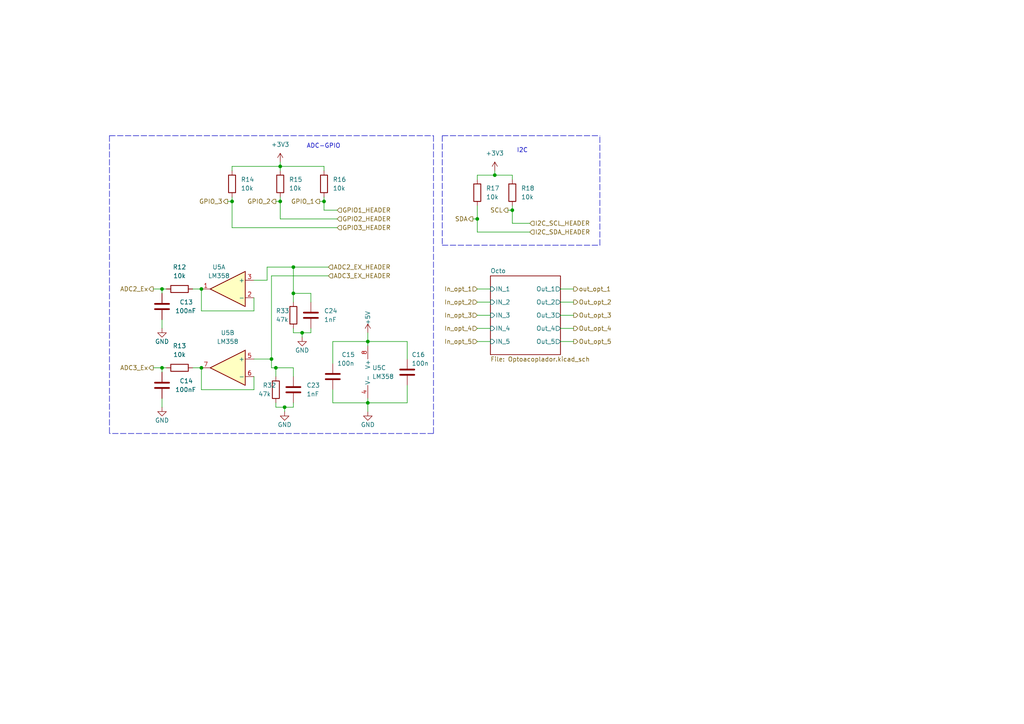
<source format=kicad_sch>
(kicad_sch (version 20211123) (generator eeschema)

  (uuid 45cea968-4ea0-4fa6-a293-706e1f82e17e)

  (paper "A4")

  (lib_symbols
    (symbol "Amplifier_Operational:LM358" (pin_names (offset 0.127)) (in_bom yes) (on_board yes)
      (property "Reference" "U" (id 0) (at 0 5.08 0)
        (effects (font (size 1.27 1.27)) (justify left))
      )
      (property "Value" "LM358" (id 1) (at 0 -5.08 0)
        (effects (font (size 1.27 1.27)) (justify left))
      )
      (property "Footprint" "" (id 2) (at 0 0 0)
        (effects (font (size 1.27 1.27)) hide)
      )
      (property "Datasheet" "http://www.ti.com/lit/ds/symlink/lm2904-n.pdf" (id 3) (at 0 0 0)
        (effects (font (size 1.27 1.27)) hide)
      )
      (property "ki_locked" "" (id 4) (at 0 0 0)
        (effects (font (size 1.27 1.27)))
      )
      (property "ki_keywords" "dual opamp" (id 5) (at 0 0 0)
        (effects (font (size 1.27 1.27)) hide)
      )
      (property "ki_description" "Low-Power, Dual Operational Amplifiers, DIP-8/SOIC-8/TO-99-8" (id 6) (at 0 0 0)
        (effects (font (size 1.27 1.27)) hide)
      )
      (property "ki_fp_filters" "SOIC*3.9x4.9mm*P1.27mm* DIP*W7.62mm* TO*99* OnSemi*Micro8* TSSOP*3x3mm*P0.65mm* TSSOP*4.4x3mm*P0.65mm* MSOP*3x3mm*P0.65mm* SSOP*3.9x4.9mm*P0.635mm* LFCSP*2x2mm*P0.5mm* *SIP* SOIC*5.3x6.2mm*P1.27mm*" (id 7) (at 0 0 0)
        (effects (font (size 1.27 1.27)) hide)
      )
      (symbol "LM358_1_1"
        (polyline
          (pts
            (xy -5.08 5.08)
            (xy 5.08 0)
            (xy -5.08 -5.08)
            (xy -5.08 5.08)
          )
          (stroke (width 0.254) (type default) (color 0 0 0 0))
          (fill (type background))
        )
        (pin output line (at 7.62 0 180) (length 2.54)
          (name "~" (effects (font (size 1.27 1.27))))
          (number "1" (effects (font (size 1.27 1.27))))
        )
        (pin input line (at -7.62 -2.54 0) (length 2.54)
          (name "-" (effects (font (size 1.27 1.27))))
          (number "2" (effects (font (size 1.27 1.27))))
        )
        (pin input line (at -7.62 2.54 0) (length 2.54)
          (name "+" (effects (font (size 1.27 1.27))))
          (number "3" (effects (font (size 1.27 1.27))))
        )
      )
      (symbol "LM358_2_1"
        (polyline
          (pts
            (xy -5.08 5.08)
            (xy 5.08 0)
            (xy -5.08 -5.08)
            (xy -5.08 5.08)
          )
          (stroke (width 0.254) (type default) (color 0 0 0 0))
          (fill (type background))
        )
        (pin input line (at -7.62 2.54 0) (length 2.54)
          (name "+" (effects (font (size 1.27 1.27))))
          (number "5" (effects (font (size 1.27 1.27))))
        )
        (pin input line (at -7.62 -2.54 0) (length 2.54)
          (name "-" (effects (font (size 1.27 1.27))))
          (number "6" (effects (font (size 1.27 1.27))))
        )
        (pin output line (at 7.62 0 180) (length 2.54)
          (name "~" (effects (font (size 1.27 1.27))))
          (number "7" (effects (font (size 1.27 1.27))))
        )
      )
      (symbol "LM358_3_1"
        (pin power_in line (at -2.54 -7.62 90) (length 3.81)
          (name "V-" (effects (font (size 1.27 1.27))))
          (number "4" (effects (font (size 1.27 1.27))))
        )
        (pin power_in line (at -2.54 7.62 270) (length 3.81)
          (name "V+" (effects (font (size 1.27 1.27))))
          (number "8" (effects (font (size 1.27 1.27))))
        )
      )
    )
    (symbol "Device:C" (pin_numbers hide) (pin_names (offset 0.254)) (in_bom yes) (on_board yes)
      (property "Reference" "C" (id 0) (at 0.635 2.54 0)
        (effects (font (size 1.27 1.27)) (justify left))
      )
      (property "Value" "C" (id 1) (at 0.635 -2.54 0)
        (effects (font (size 1.27 1.27)) (justify left))
      )
      (property "Footprint" "" (id 2) (at 0.9652 -3.81 0)
        (effects (font (size 1.27 1.27)) hide)
      )
      (property "Datasheet" "~" (id 3) (at 0 0 0)
        (effects (font (size 1.27 1.27)) hide)
      )
      (property "ki_keywords" "cap capacitor" (id 4) (at 0 0 0)
        (effects (font (size 1.27 1.27)) hide)
      )
      (property "ki_description" "Unpolarized capacitor" (id 5) (at 0 0 0)
        (effects (font (size 1.27 1.27)) hide)
      )
      (property "ki_fp_filters" "C_*" (id 6) (at 0 0 0)
        (effects (font (size 1.27 1.27)) hide)
      )
      (symbol "C_0_1"
        (polyline
          (pts
            (xy -2.032 -0.762)
            (xy 2.032 -0.762)
          )
          (stroke (width 0.508) (type default) (color 0 0 0 0))
          (fill (type none))
        )
        (polyline
          (pts
            (xy -2.032 0.762)
            (xy 2.032 0.762)
          )
          (stroke (width 0.508) (type default) (color 0 0 0 0))
          (fill (type none))
        )
      )
      (symbol "C_1_1"
        (pin passive line (at 0 3.81 270) (length 2.794)
          (name "~" (effects (font (size 1.27 1.27))))
          (number "1" (effects (font (size 1.27 1.27))))
        )
        (pin passive line (at 0 -3.81 90) (length 2.794)
          (name "~" (effects (font (size 1.27 1.27))))
          (number "2" (effects (font (size 1.27 1.27))))
        )
      )
    )
    (symbol "Device:R" (pin_numbers hide) (pin_names (offset 0)) (in_bom yes) (on_board yes)
      (property "Reference" "R" (id 0) (at 2.032 0 90)
        (effects (font (size 1.27 1.27)))
      )
      (property "Value" "R" (id 1) (at 0 0 90)
        (effects (font (size 1.27 1.27)))
      )
      (property "Footprint" "" (id 2) (at -1.778 0 90)
        (effects (font (size 1.27 1.27)) hide)
      )
      (property "Datasheet" "~" (id 3) (at 0 0 0)
        (effects (font (size 1.27 1.27)) hide)
      )
      (property "ki_keywords" "R res resistor" (id 4) (at 0 0 0)
        (effects (font (size 1.27 1.27)) hide)
      )
      (property "ki_description" "Resistor" (id 5) (at 0 0 0)
        (effects (font (size 1.27 1.27)) hide)
      )
      (property "ki_fp_filters" "R_*" (id 6) (at 0 0 0)
        (effects (font (size 1.27 1.27)) hide)
      )
      (symbol "R_0_1"
        (rectangle (start -1.016 -2.54) (end 1.016 2.54)
          (stroke (width 0.254) (type default) (color 0 0 0 0))
          (fill (type none))
        )
      )
      (symbol "R_1_1"
        (pin passive line (at 0 3.81 270) (length 1.27)
          (name "~" (effects (font (size 1.27 1.27))))
          (number "1" (effects (font (size 1.27 1.27))))
        )
        (pin passive line (at 0 -3.81 90) (length 1.27)
          (name "~" (effects (font (size 1.27 1.27))))
          (number "2" (effects (font (size 1.27 1.27))))
        )
      )
    )
    (symbol "power:+3.3V" (power) (pin_names (offset 0)) (in_bom yes) (on_board yes)
      (property "Reference" "#PWR" (id 0) (at 0 -3.81 0)
        (effects (font (size 1.27 1.27)) hide)
      )
      (property "Value" "+3.3V" (id 1) (at 0 3.556 0)
        (effects (font (size 1.27 1.27)))
      )
      (property "Footprint" "" (id 2) (at 0 0 0)
        (effects (font (size 1.27 1.27)) hide)
      )
      (property "Datasheet" "" (id 3) (at 0 0 0)
        (effects (font (size 1.27 1.27)) hide)
      )
      (property "ki_keywords" "power-flag" (id 4) (at 0 0 0)
        (effects (font (size 1.27 1.27)) hide)
      )
      (property "ki_description" "Power symbol creates a global label with name \"+3.3V\"" (id 5) (at 0 0 0)
        (effects (font (size 1.27 1.27)) hide)
      )
      (symbol "+3.3V_0_1"
        (polyline
          (pts
            (xy -0.762 1.27)
            (xy 0 2.54)
          )
          (stroke (width 0) (type default) (color 0 0 0 0))
          (fill (type none))
        )
        (polyline
          (pts
            (xy 0 0)
            (xy 0 2.54)
          )
          (stroke (width 0) (type default) (color 0 0 0 0))
          (fill (type none))
        )
        (polyline
          (pts
            (xy 0 2.54)
            (xy 0.762 1.27)
          )
          (stroke (width 0) (type default) (color 0 0 0 0))
          (fill (type none))
        )
      )
      (symbol "+3.3V_1_1"
        (pin power_in line (at 0 0 90) (length 0) hide
          (name "+3V3" (effects (font (size 1.27 1.27))))
          (number "1" (effects (font (size 1.27 1.27))))
        )
      )
    )
    (symbol "power:+5V" (power) (pin_names (offset 0)) (in_bom yes) (on_board yes)
      (property "Reference" "#PWR" (id 0) (at 0 -3.81 0)
        (effects (font (size 1.27 1.27)) hide)
      )
      (property "Value" "+5V" (id 1) (at 0 3.556 0)
        (effects (font (size 1.27 1.27)))
      )
      (property "Footprint" "" (id 2) (at 0 0 0)
        (effects (font (size 1.27 1.27)) hide)
      )
      (property "Datasheet" "" (id 3) (at 0 0 0)
        (effects (font (size 1.27 1.27)) hide)
      )
      (property "ki_keywords" "power-flag" (id 4) (at 0 0 0)
        (effects (font (size 1.27 1.27)) hide)
      )
      (property "ki_description" "Power symbol creates a global label with name \"+5V\"" (id 5) (at 0 0 0)
        (effects (font (size 1.27 1.27)) hide)
      )
      (symbol "+5V_0_1"
        (polyline
          (pts
            (xy -0.762 1.27)
            (xy 0 2.54)
          )
          (stroke (width 0) (type default) (color 0 0 0 0))
          (fill (type none))
        )
        (polyline
          (pts
            (xy 0 0)
            (xy 0 2.54)
          )
          (stroke (width 0) (type default) (color 0 0 0 0))
          (fill (type none))
        )
        (polyline
          (pts
            (xy 0 2.54)
            (xy 0.762 1.27)
          )
          (stroke (width 0) (type default) (color 0 0 0 0))
          (fill (type none))
        )
      )
      (symbol "+5V_1_1"
        (pin power_in line (at 0 0 90) (length 0) hide
          (name "+5V" (effects (font (size 1.27 1.27))))
          (number "1" (effects (font (size 1.27 1.27))))
        )
      )
    )
    (symbol "power:GND" (power) (pin_names (offset 0)) (in_bom yes) (on_board yes)
      (property "Reference" "#PWR" (id 0) (at 0 -6.35 0)
        (effects (font (size 1.27 1.27)) hide)
      )
      (property "Value" "GND" (id 1) (at 0 -3.81 0)
        (effects (font (size 1.27 1.27)))
      )
      (property "Footprint" "" (id 2) (at 0 0 0)
        (effects (font (size 1.27 1.27)) hide)
      )
      (property "Datasheet" "" (id 3) (at 0 0 0)
        (effects (font (size 1.27 1.27)) hide)
      )
      (property "ki_keywords" "power-flag" (id 4) (at 0 0 0)
        (effects (font (size 1.27 1.27)) hide)
      )
      (property "ki_description" "Power symbol creates a global label with name \"GND\" , ground" (id 5) (at 0 0 0)
        (effects (font (size 1.27 1.27)) hide)
      )
      (symbol "GND_0_1"
        (polyline
          (pts
            (xy 0 0)
            (xy 0 -1.27)
            (xy 1.27 -1.27)
            (xy 0 -2.54)
            (xy -1.27 -1.27)
            (xy 0 -1.27)
          )
          (stroke (width 0) (type default) (color 0 0 0 0))
          (fill (type none))
        )
      )
      (symbol "GND_1_1"
        (pin power_in line (at 0 0 270) (length 0) hide
          (name "GND" (effects (font (size 1.27 1.27))))
          (number "1" (effects (font (size 1.27 1.27))))
        )
      )
    )
  )

  (junction (at 106.68 99.06) (diameter 0) (color 0 0 0 0)
    (uuid 110d948d-b1b4-4aed-bf2e-f45a7cea5e5d)
  )
  (junction (at 67.31 58.42) (diameter 0) (color 0 0 0 0)
    (uuid 1590f132-99d4-472e-90ba-ed23c6ba3395)
  )
  (junction (at 85.09 85.09) (diameter 0) (color 0 0 0 0)
    (uuid 188bba2e-efd3-4666-819c-50836d00f4c4)
  )
  (junction (at 87.63 96.52) (diameter 0) (color 0 0 0 0)
    (uuid 23f49506-1821-47ec-bb24-45497de8e77e)
  )
  (junction (at 58.42 83.82) (diameter 0) (color 0 0 0 0)
    (uuid 3fe49e03-f106-4a00-b953-424a79a02a61)
  )
  (junction (at 106.68 116.84) (diameter 0) (color 0 0 0 0)
    (uuid 416f3392-becd-4b8a-9af9-8e9a2189f6cc)
  )
  (junction (at 46.99 106.68) (diameter 0) (color 0 0 0 0)
    (uuid 4710f393-2063-4b8a-bf45-0aff2c9ab47e)
  )
  (junction (at 138.43 63.5) (diameter 0) (color 0 0 0 0)
    (uuid 4b7fc8f8-3cf9-416e-a716-590c6e37acd1)
  )
  (junction (at 82.55 118.11) (diameter 0) (color 0 0 0 0)
    (uuid 5dff5a36-56e7-4bca-90dc-f7b9f9a8ea48)
  )
  (junction (at 148.59 60.96) (diameter 0) (color 0 0 0 0)
    (uuid 7056b411-37cf-4684-9be0-91d747191a77)
  )
  (junction (at 93.98 58.42) (diameter 0) (color 0 0 0 0)
    (uuid 7622f346-c2ad-4b53-879c-f73344eb4d86)
  )
  (junction (at 80.01 106.68) (diameter 0) (color 0 0 0 0)
    (uuid 8717bdf6-7367-4096-abf5-d0fe9f7af581)
  )
  (junction (at 81.28 58.42) (diameter 0) (color 0 0 0 0)
    (uuid 92bedaee-118f-46bc-ab28-a63e1b6f6f8d)
  )
  (junction (at 85.09 77.47) (diameter 0) (color 0 0 0 0)
    (uuid 98678813-c706-4e8a-8f73-f70b7c352ea3)
  )
  (junction (at 81.28 48.26) (diameter 0) (color 0 0 0 0)
    (uuid af6044e7-b7e6-45f4-b13c-fec3d5a8c11f)
  )
  (junction (at 58.42 106.68) (diameter 0) (color 0 0 0 0)
    (uuid b428ffbf-ae2c-47bf-aec1-e0ec18ce8319)
  )
  (junction (at 46.99 83.82) (diameter 0) (color 0 0 0 0)
    (uuid bd049e80-bf31-496a-8d92-a01071276b87)
  )
  (junction (at 78.74 104.14) (diameter 0) (color 0 0 0 0)
    (uuid dbd96805-c432-4423-9f06-3be871174637)
  )
  (junction (at 143.51 50.8) (diameter 0) (color 0 0 0 0)
    (uuid fe6c525a-abf7-4a25-a7bf-359e3ac319f8)
  )

  (wire (pts (xy 93.98 57.15) (xy 93.98 58.42))
    (stroke (width 0) (type default) (color 0 0 0 0))
    (uuid 0025c104-a4fc-4aea-a797-9fa50227090d)
  )
  (wire (pts (xy 44.45 106.68) (xy 46.99 106.68))
    (stroke (width 0) (type default) (color 0 0 0 0))
    (uuid 012e1e00-f8a3-46e9-9c8d-757728199afe)
  )
  (wire (pts (xy 148.59 64.77) (xy 153.67 64.77))
    (stroke (width 0) (type default) (color 0 0 0 0))
    (uuid 0b3f83e9-31dd-45d4-b771-8122e099b30c)
  )
  (wire (pts (xy 67.31 66.04) (xy 67.31 58.42))
    (stroke (width 0) (type default) (color 0 0 0 0))
    (uuid 0c2dff2f-6546-43bf-a78b-5702acc28972)
  )
  (wire (pts (xy 138.43 50.8) (xy 138.43 52.07))
    (stroke (width 0) (type default) (color 0 0 0 0))
    (uuid 0f69eb30-acb3-4c84-b860-a00dadde2b17)
  )
  (wire (pts (xy 106.68 116.84) (xy 118.11 116.84))
    (stroke (width 0) (type default) (color 0 0 0 0))
    (uuid 123cf69f-141f-4c21-8fe6-bcb9d5f9b0db)
  )
  (wire (pts (xy 58.42 90.17) (xy 73.66 90.17))
    (stroke (width 0) (type default) (color 0 0 0 0))
    (uuid 128f9779-c006-4957-a79d-d5fcc5793f09)
  )
  (wire (pts (xy 143.51 50.8) (xy 143.51 49.53))
    (stroke (width 0) (type default) (color 0 0 0 0))
    (uuid 13cc41a9-7ee5-4630-9649-c67a97a96b1c)
  )
  (wire (pts (xy 81.28 48.26) (xy 81.28 49.53))
    (stroke (width 0) (type default) (color 0 0 0 0))
    (uuid 1ae0d245-3641-4a9b-958f-60950ddb6885)
  )
  (wire (pts (xy 58.42 83.82) (xy 58.42 90.17))
    (stroke (width 0) (type default) (color 0 0 0 0))
    (uuid 20464e6b-d653-44a3-862b-410582e98b60)
  )
  (wire (pts (xy 77.47 81.28) (xy 77.47 77.47))
    (stroke (width 0) (type default) (color 0 0 0 0))
    (uuid 20b6b761-2c5b-4596-8dfd-384bf9e00c61)
  )
  (wire (pts (xy 162.56 87.63) (xy 166.37 87.63))
    (stroke (width 0) (type default) (color 0 0 0 0))
    (uuid 22e16395-9c49-44e4-b654-a4c84ba99faa)
  )
  (wire (pts (xy 147.32 60.96) (xy 148.59 60.96))
    (stroke (width 0) (type default) (color 0 0 0 0))
    (uuid 232e0d94-c50a-47b1-b708-d49806b3daf1)
  )
  (wire (pts (xy 138.43 99.06) (xy 142.24 99.06))
    (stroke (width 0) (type default) (color 0 0 0 0))
    (uuid 29890a4c-73cc-4be0-b06e-221b4dd7e89c)
  )
  (wire (pts (xy 78.74 106.68) (xy 80.01 106.68))
    (stroke (width 0) (type default) (color 0 0 0 0))
    (uuid 2d240920-dec3-467e-8128-ab773d844bb7)
  )
  (wire (pts (xy 138.43 67.31) (xy 153.67 67.31))
    (stroke (width 0) (type default) (color 0 0 0 0))
    (uuid 302ff4df-25ce-4bb8-aa2a-4a46caeb200b)
  )
  (wire (pts (xy 46.99 95.25) (xy 46.99 92.71))
    (stroke (width 0) (type default) (color 0 0 0 0))
    (uuid 30e941e3-23af-4e11-a645-f543ae2bf2be)
  )
  (wire (pts (xy 55.88 106.68) (xy 58.42 106.68))
    (stroke (width 0) (type default) (color 0 0 0 0))
    (uuid 30eb030c-2ede-450e-90b8-c86e3cbdc2c4)
  )
  (wire (pts (xy 148.59 64.77) (xy 148.59 60.96))
    (stroke (width 0) (type default) (color 0 0 0 0))
    (uuid 34ec2046-284d-405b-adc5-dd6b4d4faf99)
  )
  (wire (pts (xy 81.28 46.99) (xy 81.28 48.26))
    (stroke (width 0) (type default) (color 0 0 0 0))
    (uuid 372d1229-53b8-48d2-baea-613e5320c4c3)
  )
  (polyline (pts (xy 173.99 71.12) (xy 173.99 39.37))
    (stroke (width 0) (type default) (color 0 0 0 0))
    (uuid 3730257a-acf8-43d4-9ec2-778cbd01c74c)
  )

  (wire (pts (xy 80.01 116.84) (xy 80.01 118.11))
    (stroke (width 0) (type default) (color 0 0 0 0))
    (uuid 379cd246-df58-47b3-a85a-0318657d1cc6)
  )
  (wire (pts (xy 46.99 107.95) (xy 46.99 106.68))
    (stroke (width 0) (type default) (color 0 0 0 0))
    (uuid 3935c7c9-6369-418a-bbea-f705485cb1bf)
  )
  (wire (pts (xy 106.68 116.84) (xy 106.68 119.38))
    (stroke (width 0) (type default) (color 0 0 0 0))
    (uuid 3a6b5649-ce9b-4f07-97c3-04ae2065c679)
  )
  (wire (pts (xy 138.43 95.25) (xy 142.24 95.25))
    (stroke (width 0) (type default) (color 0 0 0 0))
    (uuid 3a7c5f6c-5781-49e1-85ca-715017823166)
  )
  (wire (pts (xy 77.47 77.47) (xy 85.09 77.47))
    (stroke (width 0) (type default) (color 0 0 0 0))
    (uuid 3add6360-bcb7-476d-a01e-d4e1b2841c90)
  )
  (wire (pts (xy 55.88 83.82) (xy 58.42 83.82))
    (stroke (width 0) (type default) (color 0 0 0 0))
    (uuid 3cccf583-2c4c-476f-854e-6959b7f3e49f)
  )
  (wire (pts (xy 138.43 67.31) (xy 138.43 63.5))
    (stroke (width 0) (type default) (color 0 0 0 0))
    (uuid 4232ba9c-1120-4136-8e5e-c0b37ea4954c)
  )
  (wire (pts (xy 143.51 50.8) (xy 148.59 50.8))
    (stroke (width 0) (type default) (color 0 0 0 0))
    (uuid 4242d4b8-6a33-4384-8ab4-c8ea2a6a9aae)
  )
  (wire (pts (xy 87.63 96.52) (xy 90.17 96.52))
    (stroke (width 0) (type default) (color 0 0 0 0))
    (uuid 45411a3c-1f5e-4a72-8d72-eefe2b2fe766)
  )
  (wire (pts (xy 46.99 83.82) (xy 48.26 83.82))
    (stroke (width 0) (type default) (color 0 0 0 0))
    (uuid 46616673-fa47-4e0c-a214-f45f491cd9d7)
  )
  (wire (pts (xy 44.45 83.82) (xy 46.99 83.82))
    (stroke (width 0) (type default) (color 0 0 0 0))
    (uuid 46bb781c-f455-429c-ab27-dbae8ee9bc1f)
  )
  (wire (pts (xy 80.01 118.11) (xy 82.55 118.11))
    (stroke (width 0) (type default) (color 0 0 0 0))
    (uuid 4892d4ff-7262-4a5e-98e5-ac2d1ca12763)
  )
  (wire (pts (xy 67.31 48.26) (xy 81.28 48.26))
    (stroke (width 0) (type default) (color 0 0 0 0))
    (uuid 491f2501-dda7-4227-8e3c-da4555124292)
  )
  (wire (pts (xy 138.43 83.82) (xy 142.24 83.82))
    (stroke (width 0) (type default) (color 0 0 0 0))
    (uuid 4eccb777-8202-446e-8990-d665f1432842)
  )
  (wire (pts (xy 162.56 99.06) (xy 166.37 99.06))
    (stroke (width 0) (type default) (color 0 0 0 0))
    (uuid 581c8db6-89a9-4592-8128-171e4d9e0495)
  )
  (wire (pts (xy 106.68 96.52) (xy 106.68 99.06))
    (stroke (width 0) (type default) (color 0 0 0 0))
    (uuid 58cf8fbb-d573-4ceb-a121-d3f7ec8230b5)
  )
  (polyline (pts (xy 128.27 71.12) (xy 173.99 71.12))
    (stroke (width 0) (type default) (color 0 0 0 0))
    (uuid 5d410686-0080-4ef4-93b4-8548065597b7)
  )

  (wire (pts (xy 85.09 77.47) (xy 95.25 77.47))
    (stroke (width 0) (type default) (color 0 0 0 0))
    (uuid 5e4f7f27-500f-4622-b74d-4fafa9a24184)
  )
  (wire (pts (xy 96.52 99.06) (xy 96.52 105.41))
    (stroke (width 0) (type default) (color 0 0 0 0))
    (uuid 5f5e07e3-e3c2-4579-9b30-92ee4d47ac35)
  )
  (wire (pts (xy 106.68 115.57) (xy 106.68 116.84))
    (stroke (width 0) (type default) (color 0 0 0 0))
    (uuid 60203a7b-4aa0-4fac-a842-7c677454fee2)
  )
  (polyline (pts (xy 31.75 39.37) (xy 31.75 125.73))
    (stroke (width 0) (type default) (color 0 0 0 0))
    (uuid 60778026-38c0-406b-97e4-3635e200f43c)
  )

  (wire (pts (xy 46.99 85.09) (xy 46.99 83.82))
    (stroke (width 0) (type default) (color 0 0 0 0))
    (uuid 63a6ccb6-1046-4960-8595-cadf8168d867)
  )
  (wire (pts (xy 85.09 118.11) (xy 85.09 116.84))
    (stroke (width 0) (type default) (color 0 0 0 0))
    (uuid 6577be57-9117-483b-abdb-94844d670b44)
  )
  (wire (pts (xy 90.17 87.63) (xy 90.17 85.09))
    (stroke (width 0) (type default) (color 0 0 0 0))
    (uuid 6590cccb-9b52-4114-a776-ad2805372a0d)
  )
  (wire (pts (xy 97.79 63.5) (xy 81.28 63.5))
    (stroke (width 0) (type default) (color 0 0 0 0))
    (uuid 6b972991-42b5-4d3e-98b4-bf3799b016ea)
  )
  (wire (pts (xy 138.43 63.5) (xy 138.43 59.69))
    (stroke (width 0) (type default) (color 0 0 0 0))
    (uuid 6d18be29-6768-4915-b9ae-6ca4335b4615)
  )
  (wire (pts (xy 118.11 116.84) (xy 118.11 111.76))
    (stroke (width 0) (type default) (color 0 0 0 0))
    (uuid 6fd1ce31-2e38-4ed2-9a73-a6de8bd32cfe)
  )
  (wire (pts (xy 92.71 58.42) (xy 93.98 58.42))
    (stroke (width 0) (type default) (color 0 0 0 0))
    (uuid 7206e284-f80a-4d35-a121-f8e0f3a244a6)
  )
  (wire (pts (xy 162.56 91.44) (xy 166.37 91.44))
    (stroke (width 0) (type default) (color 0 0 0 0))
    (uuid 756e5e18-da1f-4047-8b52-953eb0c91c64)
  )
  (wire (pts (xy 82.55 118.11) (xy 85.09 118.11))
    (stroke (width 0) (type default) (color 0 0 0 0))
    (uuid 766de700-ee98-4630-a31b-5b4db6fe12cf)
  )
  (wire (pts (xy 93.98 60.96) (xy 97.79 60.96))
    (stroke (width 0) (type default) (color 0 0 0 0))
    (uuid 77c91d58-5fff-4c2f-9bf3-e1788c0fd9a8)
  )
  (wire (pts (xy 78.74 80.01) (xy 95.25 80.01))
    (stroke (width 0) (type default) (color 0 0 0 0))
    (uuid 7ba9bf56-03c0-41a7-b95c-911818eed7e3)
  )
  (wire (pts (xy 78.74 80.01) (xy 78.74 104.14))
    (stroke (width 0) (type default) (color 0 0 0 0))
    (uuid 804336d3-10b6-43f8-aa2c-2334078d49d2)
  )
  (wire (pts (xy 93.98 60.96) (xy 93.98 58.42))
    (stroke (width 0) (type default) (color 0 0 0 0))
    (uuid 822bb02a-fc07-4e53-b524-3e4d030f7d25)
  )
  (wire (pts (xy 81.28 48.26) (xy 93.98 48.26))
    (stroke (width 0) (type default) (color 0 0 0 0))
    (uuid 87e00f7e-0448-4054-bd4d-1f0ea329fbfe)
  )
  (wire (pts (xy 137.16 63.5) (xy 138.43 63.5))
    (stroke (width 0) (type default) (color 0 0 0 0))
    (uuid 8f360bff-ee26-4a99-be69-a9ee19118c28)
  )
  (wire (pts (xy 138.43 50.8) (xy 143.51 50.8))
    (stroke (width 0) (type default) (color 0 0 0 0))
    (uuid 90a087b8-0363-4a42-8e57-e7bb4251c148)
  )
  (wire (pts (xy 138.43 91.44) (xy 142.24 91.44))
    (stroke (width 0) (type default) (color 0 0 0 0))
    (uuid 942e2da5-d1df-4d0a-902d-286a53bafdbd)
  )
  (wire (pts (xy 81.28 63.5) (xy 81.28 58.42))
    (stroke (width 0) (type default) (color 0 0 0 0))
    (uuid 94b353a0-2155-4413-af5a-e6ce028b9ecc)
  )
  (wire (pts (xy 82.55 118.11) (xy 82.55 119.38))
    (stroke (width 0) (type default) (color 0 0 0 0))
    (uuid 950e6c33-411f-4370-82c9-e374e48dce6c)
  )
  (polyline (pts (xy 125.73 125.73) (xy 31.75 125.73))
    (stroke (width 0) (type default) (color 0 0 0 0))
    (uuid 984a304d-797e-4068-8074-15578e185c79)
  )

  (wire (pts (xy 96.52 116.84) (xy 106.68 116.84))
    (stroke (width 0) (type default) (color 0 0 0 0))
    (uuid 9854717e-d4cd-44e5-812d-97bd508d44ee)
  )
  (wire (pts (xy 58.42 113.03) (xy 73.66 113.03))
    (stroke (width 0) (type default) (color 0 0 0 0))
    (uuid 99bc9360-bfb0-411d-a16e-27d3c57d2194)
  )
  (wire (pts (xy 96.52 99.06) (xy 106.68 99.06))
    (stroke (width 0) (type default) (color 0 0 0 0))
    (uuid 9e571f12-d3e2-4943-b075-eeacc74f2376)
  )
  (wire (pts (xy 96.52 113.03) (xy 96.52 116.84))
    (stroke (width 0) (type default) (color 0 0 0 0))
    (uuid 9f4977bb-4dd1-4844-9399-75d0bac1d8f6)
  )
  (wire (pts (xy 85.09 85.09) (xy 85.09 87.63))
    (stroke (width 0) (type default) (color 0 0 0 0))
    (uuid 9f527912-877d-4a15-aa79-deac7863d8ab)
  )
  (wire (pts (xy 106.68 100.33) (xy 106.68 99.06))
    (stroke (width 0) (type default) (color 0 0 0 0))
    (uuid a17bea0e-454c-45e4-9c8a-681243981108)
  )
  (wire (pts (xy 73.66 113.03) (xy 73.66 109.22))
    (stroke (width 0) (type default) (color 0 0 0 0))
    (uuid a1f38197-4635-49be-8c27-6f95886c9940)
  )
  (wire (pts (xy 93.98 48.26) (xy 93.98 49.53))
    (stroke (width 0) (type default) (color 0 0 0 0))
    (uuid a38aa66e-5c6a-4b94-b24f-8dabb007f811)
  )
  (wire (pts (xy 106.68 99.06) (xy 118.11 99.06))
    (stroke (width 0) (type default) (color 0 0 0 0))
    (uuid a54e8876-f83e-4f18-9182-b107f988f4f8)
  )
  (wire (pts (xy 73.66 81.28) (xy 77.47 81.28))
    (stroke (width 0) (type default) (color 0 0 0 0))
    (uuid a59b1811-f56f-4bfc-9b41-6cbf10798373)
  )
  (wire (pts (xy 90.17 85.09) (xy 85.09 85.09))
    (stroke (width 0) (type default) (color 0 0 0 0))
    (uuid ace6bead-feec-4b91-bd81-47f3319b4709)
  )
  (wire (pts (xy 85.09 106.68) (xy 80.01 106.68))
    (stroke (width 0) (type default) (color 0 0 0 0))
    (uuid add9330d-ccb9-4756-939f-ce3f32324239)
  )
  (wire (pts (xy 46.99 106.68) (xy 48.26 106.68))
    (stroke (width 0) (type default) (color 0 0 0 0))
    (uuid ae8e3327-693e-4883-8271-e4a9aeffea7b)
  )
  (wire (pts (xy 118.11 99.06) (xy 118.11 104.14))
    (stroke (width 0) (type default) (color 0 0 0 0))
    (uuid af6d3825-2d09-4171-a3e9-157d21e80f6d)
  )
  (wire (pts (xy 87.63 96.52) (xy 87.63 97.79))
    (stroke (width 0) (type default) (color 0 0 0 0))
    (uuid b25fe695-ed30-47f3-b0ed-9bba8034f46a)
  )
  (wire (pts (xy 80.01 58.42) (xy 81.28 58.42))
    (stroke (width 0) (type default) (color 0 0 0 0))
    (uuid b34a0013-d43d-42d6-a33f-09d0621ce129)
  )
  (wire (pts (xy 85.09 77.47) (xy 85.09 85.09))
    (stroke (width 0) (type default) (color 0 0 0 0))
    (uuid be513991-79f1-47ff-bf98-877c65d2ff03)
  )
  (wire (pts (xy 85.09 109.22) (xy 85.09 106.68))
    (stroke (width 0) (type default) (color 0 0 0 0))
    (uuid c2ae06cd-666b-449d-958e-134c377d5437)
  )
  (wire (pts (xy 162.56 83.82) (xy 166.37 83.82))
    (stroke (width 0) (type default) (color 0 0 0 0))
    (uuid c623ebd0-b2b5-4121-a924-627944d74fff)
  )
  (wire (pts (xy 67.31 58.42) (xy 67.31 57.15))
    (stroke (width 0) (type default) (color 0 0 0 0))
    (uuid c6f79c70-cfe8-437c-9b65-00e25a4a4e46)
  )
  (polyline (pts (xy 128.27 39.37) (xy 173.99 39.37))
    (stroke (width 0) (type default) (color 0 0 0 0))
    (uuid c8de82b8-9d8d-4fb0-9d46-0d704fba28da)
  )

  (wire (pts (xy 148.59 60.96) (xy 148.59 59.69))
    (stroke (width 0) (type default) (color 0 0 0 0))
    (uuid ca504541-5137-4117-9320-7c3e1ee6bac1)
  )
  (wire (pts (xy 138.43 87.63) (xy 142.24 87.63))
    (stroke (width 0) (type default) (color 0 0 0 0))
    (uuid d017d7a6-744d-4746-a15b-2207b31d48ac)
  )
  (wire (pts (xy 67.31 48.26) (xy 67.31 49.53))
    (stroke (width 0) (type default) (color 0 0 0 0))
    (uuid d04ffcac-e65b-42d8-b8f8-4a78f6681b74)
  )
  (polyline (pts (xy 128.27 39.37) (xy 128.27 71.12))
    (stroke (width 0) (type default) (color 0 0 0 0))
    (uuid d4281006-4946-440a-9180-1fd4365bfde6)
  )

  (wire (pts (xy 85.09 96.52) (xy 87.63 96.52))
    (stroke (width 0) (type default) (color 0 0 0 0))
    (uuid d4b82f4d-d213-480d-8b7b-1a8e27211a2f)
  )
  (wire (pts (xy 85.09 95.25) (xy 85.09 96.52))
    (stroke (width 0) (type default) (color 0 0 0 0))
    (uuid d535b4ff-83e3-46cd-8558-f0690db4fa41)
  )
  (wire (pts (xy 148.59 50.8) (xy 148.59 52.07))
    (stroke (width 0) (type default) (color 0 0 0 0))
    (uuid d619eb2b-f5f0-4939-8580-1cd032c4043a)
  )
  (wire (pts (xy 73.66 90.17) (xy 73.66 86.36))
    (stroke (width 0) (type default) (color 0 0 0 0))
    (uuid d8e66643-75b3-4aa2-ad54-590718fd5175)
  )
  (polyline (pts (xy 125.73 39.37) (xy 125.73 125.73))
    (stroke (width 0) (type default) (color 0 0 0 0))
    (uuid dc4cb9d7-890e-4bf2-9846-5f4e00d92bdf)
  )

  (wire (pts (xy 66.04 58.42) (xy 67.31 58.42))
    (stroke (width 0) (type default) (color 0 0 0 0))
    (uuid e26bfb10-1245-4690-8479-f8d466136f33)
  )
  (wire (pts (xy 80.01 106.68) (xy 80.01 109.22))
    (stroke (width 0) (type default) (color 0 0 0 0))
    (uuid e73d6073-5ebc-420b-9ba0-1e351bb081d9)
  )
  (wire (pts (xy 46.99 118.11) (xy 46.99 115.57))
    (stroke (width 0) (type default) (color 0 0 0 0))
    (uuid e95d7953-42e7-46bf-9c66-d18df3bd581a)
  )
  (wire (pts (xy 78.74 104.14) (xy 78.74 106.68))
    (stroke (width 0) (type default) (color 0 0 0 0))
    (uuid ea594acf-5ed3-4a16-bf57-9001f6a75c88)
  )
  (wire (pts (xy 90.17 96.52) (xy 90.17 95.25))
    (stroke (width 0) (type default) (color 0 0 0 0))
    (uuid f21570a0-3701-49b7-9c04-cf4d749c1037)
  )
  (wire (pts (xy 58.42 106.68) (xy 58.42 113.03))
    (stroke (width 0) (type default) (color 0 0 0 0))
    (uuid f2a554d1-9b37-40cd-93ff-3021efe27ade)
  )
  (wire (pts (xy 162.56 95.25) (xy 166.37 95.25))
    (stroke (width 0) (type default) (color 0 0 0 0))
    (uuid f2f0676d-dba7-458d-b5e3-b26b90f07d94)
  )
  (wire (pts (xy 73.66 104.14) (xy 78.74 104.14))
    (stroke (width 0) (type default) (color 0 0 0 0))
    (uuid f4fe137f-982f-4ca2-a74a-60bab92fbfd4)
  )
  (wire (pts (xy 97.79 66.04) (xy 67.31 66.04))
    (stroke (width 0) (type default) (color 0 0 0 0))
    (uuid f6529731-e40d-45f7-91f7-7f58d2fdc611)
  )
  (wire (pts (xy 81.28 58.42) (xy 81.28 57.15))
    (stroke (width 0) (type default) (color 0 0 0 0))
    (uuid fc65ef45-9850-4194-9dda-5d2c0e178015)
  )
  (polyline (pts (xy 31.75 39.37) (xy 125.73 39.37))
    (stroke (width 0) (type default) (color 0 0 0 0))
    (uuid fcd66e0c-966e-475c-9d98-f8ce29d7583e)
  )

  (text "ADC-GPIO" (at 88.9 43.18 0)
    (effects (font (size 1.27 1.27)) (justify left bottom))
    (uuid 2410de10-b296-4867-9c63-3abdfaeb5169)
  )
  (text "I2C" (at 149.86 44.45 0)
    (effects (font (size 1.27 1.27)) (justify left bottom))
    (uuid a3421cf7-553c-4ff0-af51-97c071d502cd)
  )

  (hierarchical_label "SCL" (shape output) (at 147.32 60.96 180)
    (effects (font (size 1.27 1.27)) (justify right))
    (uuid 059379f1-94b3-49a1-a6bf-ad6fb4e812e3)
  )
  (hierarchical_label "ADC3_Ex" (shape output) (at 44.45 106.68 180)
    (effects (font (size 1.27 1.27)) (justify right))
    (uuid 1fc82379-6acb-47d0-96d1-89769ca3c225)
  )
  (hierarchical_label "out_opt_1" (shape output) (at 166.37 83.82 0)
    (effects (font (size 1.27 1.27)) (justify left))
    (uuid 3042a44e-5cc1-4b05-8dcb-23e4731f980e)
  )
  (hierarchical_label "ADC2_EX_HEADER" (shape input) (at 95.25 77.47 0)
    (effects (font (size 1.27 1.27)) (justify left))
    (uuid 38e98d0b-39e6-466a-bf5e-e37a969febec)
  )
  (hierarchical_label "GPIO2_HEADER" (shape input) (at 97.79 63.5 0)
    (effects (font (size 1.27 1.27)) (justify left))
    (uuid 3a79311e-9c26-4dc9-b37b-076c6abd52fe)
  )
  (hierarchical_label "GPIO3_HEADER" (shape input) (at 97.79 66.04 0)
    (effects (font (size 1.27 1.27)) (justify left))
    (uuid 3bcf1169-0acc-4e6e-be24-344c59fe3b4d)
  )
  (hierarchical_label "In_opt_1" (shape input) (at 138.43 83.82 180)
    (effects (font (size 1.27 1.27)) (justify right))
    (uuid 5209f673-3338-42f9-a6e3-30263fa053d1)
  )
  (hierarchical_label "In_opt_3" (shape input) (at 138.43 91.44 180)
    (effects (font (size 1.27 1.27)) (justify right))
    (uuid 55493cf4-f6f0-4119-9be3-faef92614926)
  )
  (hierarchical_label "GPIO1_HEADER" (shape input) (at 97.79 60.96 0)
    (effects (font (size 1.27 1.27)) (justify left))
    (uuid 58fd7a88-d41d-46c2-8aba-e9e766f38e90)
  )
  (hierarchical_label "SDA" (shape output) (at 137.16 63.5 180)
    (effects (font (size 1.27 1.27)) (justify right))
    (uuid 5e47013f-1871-4f85-9d61-5e62500254a6)
  )
  (hierarchical_label "Out_opt_3" (shape output) (at 166.37 91.44 0)
    (effects (font (size 1.27 1.27)) (justify left))
    (uuid 750bd520-f250-46f5-ab10-4a722e84f7db)
  )
  (hierarchical_label "In_opt_2" (shape input) (at 138.43 87.63 180)
    (effects (font (size 1.27 1.27)) (justify right))
    (uuid 7dd803ec-90f7-46fc-9a4c-db954a989f4f)
  )
  (hierarchical_label "GPIO_2" (shape output) (at 80.01 58.42 180)
    (effects (font (size 1.27 1.27)) (justify right))
    (uuid 847eb2c1-fe4b-40e2-950e-5002910046cc)
  )
  (hierarchical_label "In_opt_4" (shape input) (at 138.43 95.25 180)
    (effects (font (size 1.27 1.27)) (justify right))
    (uuid 87da81ae-3e11-4e91-9a74-412a4c859412)
  )
  (hierarchical_label "ADC2_Ex" (shape output) (at 44.45 83.82 180)
    (effects (font (size 1.27 1.27)) (justify right))
    (uuid a03c0db5-4b7e-4bad-b281-4c63ac5ca34c)
  )
  (hierarchical_label "I2C_SCL_HEADER" (shape input) (at 153.67 64.77 0)
    (effects (font (size 1.27 1.27)) (justify left))
    (uuid a12b538f-1f7d-4f0e-93bb-f9cf98611f8a)
  )
  (hierarchical_label "GPIO_3" (shape output) (at 66.04 58.42 180)
    (effects (font (size 1.27 1.27)) (justify right))
    (uuid aa7b726e-13fb-47a1-90ef-bbf447437db3)
  )
  (hierarchical_label "Out_opt_2" (shape output) (at 166.37 87.63 0)
    (effects (font (size 1.27 1.27)) (justify left))
    (uuid b85647b2-1b1e-4710-b276-1e5c0dce3d24)
  )
  (hierarchical_label "ADC3_EX_HEADER" (shape input) (at 95.25 80.01 0)
    (effects (font (size 1.27 1.27)) (justify left))
    (uuid c1a4b59a-bdaa-4d4e-a8af-76a50122ddfa)
  )
  (hierarchical_label "Out_opt_5" (shape output) (at 166.37 99.06 0)
    (effects (font (size 1.27 1.27)) (justify left))
    (uuid c1d223d7-2d0e-401a-b669-ddacfa6c19dd)
  )
  (hierarchical_label "Out_opt_4" (shape output) (at 166.37 95.25 0)
    (effects (font (size 1.27 1.27)) (justify left))
    (uuid cb072b88-5825-4d9b-89f3-b32487b9c80b)
  )
  (hierarchical_label "I2C_SDA_HEADER" (shape input) (at 153.67 67.31 0)
    (effects (font (size 1.27 1.27)) (justify left))
    (uuid e61af0fd-8f71-4ebc-9adb-163ecde733a4)
  )
  (hierarchical_label "GPIO_1" (shape output) (at 92.71 58.42 180)
    (effects (font (size 1.27 1.27)) (justify right))
    (uuid ede81669-7e3c-4a92-943a-31ff1732493d)
  )
  (hierarchical_label "In_opt_5" (shape input) (at 138.43 99.06 180)
    (effects (font (size 1.27 1.27)) (justify right))
    (uuid f0a52e49-db9d-4515-a895-5864a94516b4)
  )

  (symbol (lib_id "Device:R") (at 81.28 53.34 0) (unit 1)
    (in_bom yes) (on_board yes) (fields_autoplaced)
    (uuid 0be93155-b582-4bba-b17e-9765c574bb15)
    (property "Reference" "R15" (id 0) (at 83.82 52.0699 0)
      (effects (font (size 1.27 1.27)) (justify left))
    )
    (property "Value" "10k" (id 1) (at 83.82 54.6099 0)
      (effects (font (size 1.27 1.27)) (justify left))
    )
    (property "Footprint" "Resistor_SMD:R_0603_1608Metric" (id 2) (at 79.502 53.34 90)
      (effects (font (size 1.27 1.27)) hide)
    )
    (property "Datasheet" "~" (id 3) (at 81.28 53.34 0)
      (effects (font (size 1.27 1.27)) hide)
    )
    (pin "1" (uuid 9a4654e2-b08d-4f3b-9a56-fc3492ab0eab))
    (pin "2" (uuid bf0aa54c-60de-4c4e-895e-ea9b2796d599))
  )

  (symbol (lib_id "power:GND") (at 87.63 97.79 0) (unit 1)
    (in_bom yes) (on_board yes)
    (uuid 0f74b48d-fcea-4003-ac0b-56208e043300)
    (property "Reference" "#PWR040" (id 0) (at 87.63 104.14 0)
      (effects (font (size 1.27 1.27)) hide)
    )
    (property "Value" "GND" (id 1) (at 87.63 101.6 0))
    (property "Footprint" "" (id 2) (at 87.63 97.79 0)
      (effects (font (size 1.27 1.27)) hide)
    )
    (property "Datasheet" "" (id 3) (at 87.63 97.79 0)
      (effects (font (size 1.27 1.27)) hide)
    )
    (pin "1" (uuid 3d75ab33-c306-4cc9-ac2d-240bcd19d7c6))
  )

  (symbol (lib_id "Device:C") (at 46.99 88.9 0) (unit 1)
    (in_bom yes) (on_board yes)
    (uuid 2fc47873-9392-4682-9abf-9d7a2ac20894)
    (property "Reference" "C13" (id 0) (at 52.07 87.6299 0)
      (effects (font (size 1.27 1.27)) (justify left))
    )
    (property "Value" "100nF" (id 1) (at 50.8 90.1699 0)
      (effects (font (size 1.27 1.27)) (justify left))
    )
    (property "Footprint" "Capacitor_SMD:C_0603_1608Metric" (id 2) (at 47.9552 92.71 0)
      (effects (font (size 1.27 1.27)) hide)
    )
    (property "Datasheet" "~" (id 3) (at 46.99 88.9 0)
      (effects (font (size 1.27 1.27)) hide)
    )
    (pin "1" (uuid ee1c5dca-590c-4145-a66d-ae4847762025))
    (pin "2" (uuid e83eb12f-007e-44a5-9014-25f8e96187ea))
  )

  (symbol (lib_id "Device:C") (at 46.99 111.76 0) (unit 1)
    (in_bom yes) (on_board yes)
    (uuid 38413256-c3bc-4d75-b7c1-98d552350ff8)
    (property "Reference" "C14" (id 0) (at 52.07 110.4899 0)
      (effects (font (size 1.27 1.27)) (justify left))
    )
    (property "Value" "100nF" (id 1) (at 50.8 113.0299 0)
      (effects (font (size 1.27 1.27)) (justify left))
    )
    (property "Footprint" "Capacitor_SMD:C_0603_1608Metric" (id 2) (at 47.9552 115.57 0)
      (effects (font (size 1.27 1.27)) hide)
    )
    (property "Datasheet" "~" (id 3) (at 46.99 111.76 0)
      (effects (font (size 1.27 1.27)) hide)
    )
    (pin "1" (uuid c8a3b8bd-6f99-480e-a281-c00224082594))
    (pin "2" (uuid 1e7009b1-128f-48f7-9d57-d6525f3851b0))
  )

  (symbol (lib_id "power:GND") (at 46.99 118.11 0) (unit 1)
    (in_bom yes) (on_board yes)
    (uuid 3a43c782-84bc-4afe-9271-6b4fb7fc2eab)
    (property "Reference" "#PWR032" (id 0) (at 46.99 124.46 0)
      (effects (font (size 1.27 1.27)) hide)
    )
    (property "Value" "GND" (id 1) (at 46.99 121.92 0))
    (property "Footprint" "" (id 2) (at 46.99 118.11 0)
      (effects (font (size 1.27 1.27)) hide)
    )
    (property "Datasheet" "" (id 3) (at 46.99 118.11 0)
      (effects (font (size 1.27 1.27)) hide)
    )
    (pin "1" (uuid f4300ed2-8a3a-470c-8e0a-71fd55eecb62))
  )

  (symbol (lib_id "Device:C") (at 96.52 109.22 0) (unit 1)
    (in_bom yes) (on_board yes)
    (uuid 41c92839-56bd-4956-87f5-a19b1d9cb2a3)
    (property "Reference" "C15" (id 0) (at 99.06 102.87 0)
      (effects (font (size 1.27 1.27)) (justify left))
    )
    (property "Value" "100n" (id 1) (at 97.79 105.41 0)
      (effects (font (size 1.27 1.27)) (justify left))
    )
    (property "Footprint" "Capacitor_SMD:C_0603_1608Metric" (id 2) (at 97.4852 113.03 0)
      (effects (font (size 1.27 1.27)) hide)
    )
    (property "Datasheet" "~" (id 3) (at 96.52 109.22 0)
      (effects (font (size 1.27 1.27)) hide)
    )
    (pin "1" (uuid 4d6f5e78-d3c9-4c75-ae60-2ba7d7baa45e))
    (pin "2" (uuid e97f196b-ac60-40e3-bb40-041c7c8ecd54))
  )

  (symbol (lib_id "Amplifier_Operational:LM358") (at 109.22 107.95 0) (unit 3)
    (in_bom yes) (on_board yes) (fields_autoplaced)
    (uuid 4ff5a1b2-0056-4ee4-a17b-9d4357ef384d)
    (property "Reference" "U5" (id 0) (at 107.95 106.6799 0)
      (effects (font (size 1.27 1.27)) (justify left))
    )
    (property "Value" "LM358" (id 1) (at 107.95 109.2199 0)
      (effects (font (size 1.27 1.27)) (justify left))
    )
    (property "Footprint" "Package_SO:SOIC-8_3.9x4.9mm_P1.27mm" (id 2) (at 109.22 107.95 0)
      (effects (font (size 1.27 1.27)) hide)
    )
    (property "Datasheet" "http://www.ti.com/lit/ds/symlink/lm2904-n.pdf" (id 3) (at 109.22 107.95 0)
      (effects (font (size 1.27 1.27)) hide)
    )
    (pin "1" (uuid 1e4a52c1-aa4f-4c40-9630-4288fc23f9a5))
    (pin "2" (uuid 0e26d7b6-db40-4d38-a6b6-27617e2b1f80))
    (pin "3" (uuid fede025e-2d41-4451-a6a5-ecbd870ad95a))
    (pin "5" (uuid 0b255931-2414-4f66-b881-2549b23f1f26))
    (pin "6" (uuid f300c8d7-94f0-4de1-9f94-788686033fbe))
    (pin "7" (uuid b71ba47c-4076-4783-9428-e5f057e64394))
    (pin "4" (uuid 3a244819-6f62-4434-9140-556924f4227e))
    (pin "8" (uuid f93ac1f9-791c-40b5-9e8f-062005abb7a6))
  )

  (symbol (lib_id "Amplifier_Operational:LM358") (at 66.04 83.82 0) (mirror y) (unit 1)
    (in_bom yes) (on_board yes)
    (uuid 53202f9f-ec01-41e1-92d8-0a2bc74d1325)
    (property "Reference" "U5" (id 0) (at 63.5 77.47 0))
    (property "Value" "LM358" (id 1) (at 63.5 80.01 0))
    (property "Footprint" "Package_SO:SOIC-8_3.9x4.9mm_P1.27mm" (id 2) (at 66.04 83.82 0)
      (effects (font (size 1.27 1.27)) hide)
    )
    (property "Datasheet" "http://www.ti.com/lit/ds/symlink/lm2904-n.pdf" (id 3) (at 66.04 83.82 0)
      (effects (font (size 1.27 1.27)) hide)
    )
    (pin "1" (uuid 759b3f41-58ba-4926-b112-c5ff9090e571))
    (pin "2" (uuid 14f9b609-35b4-4479-a8f8-c6445c80cc3e))
    (pin "3" (uuid a67a03ed-6f7e-4857-b0a9-900591ba66a2))
    (pin "5" (uuid cc196cf0-40b2-41b3-9470-54d89e0f4dba))
    (pin "6" (uuid 1145ecd6-816f-4856-80ba-17d6aefe4566))
    (pin "7" (uuid c1bb53ed-4a35-4ccc-82af-ba12d41245f4))
    (pin "4" (uuid f2041566-fb7a-4129-b767-b41cbd3c38d5))
    (pin "8" (uuid 3fc9eaae-f90b-4df5-a0dc-4f0f285414c6))
  )

  (symbol (lib_id "Device:R") (at 52.07 106.68 90) (unit 1)
    (in_bom yes) (on_board yes) (fields_autoplaced)
    (uuid 54ab67cb-df11-4831-8a26-66bfc2cf72f3)
    (property "Reference" "R13" (id 0) (at 52.07 100.33 90))
    (property "Value" "10k" (id 1) (at 52.07 102.87 90))
    (property "Footprint" "Resistor_SMD:R_0603_1608Metric" (id 2) (at 52.07 108.458 90)
      (effects (font (size 1.27 1.27)) hide)
    )
    (property "Datasheet" "~" (id 3) (at 52.07 106.68 0)
      (effects (font (size 1.27 1.27)) hide)
    )
    (pin "1" (uuid d2eaa2b9-0d63-4782-a8e2-ed8fb608277f))
    (pin "2" (uuid 753b644b-948a-4f9e-92ec-f918524f329b))
  )

  (symbol (lib_id "Device:R") (at 80.01 113.03 0) (mirror y) (unit 1)
    (in_bom yes) (on_board yes)
    (uuid 56d249c5-283d-4a7a-bdcd-510f959e0759)
    (property "Reference" "R32" (id 0) (at 76.2 111.76 0)
      (effects (font (size 1.27 1.27)) (justify right))
    )
    (property "Value" "47k" (id 1) (at 74.93 114.3 0)
      (effects (font (size 1.27 1.27)) (justify right))
    )
    (property "Footprint" "Resistor_SMD:R_0603_1608Metric" (id 2) (at 81.788 113.03 90)
      (effects (font (size 1.27 1.27)) hide)
    )
    (property "Datasheet" "~" (id 3) (at 80.01 113.03 0)
      (effects (font (size 1.27 1.27)) hide)
    )
    (pin "1" (uuid d23dba45-676b-46ed-8f54-734976b862e0))
    (pin "2" (uuid 2dc8a4d7-4e31-414e-a87f-add003f965dd))
  )

  (symbol (lib_id "Device:R") (at 52.07 83.82 90) (unit 1)
    (in_bom yes) (on_board yes) (fields_autoplaced)
    (uuid 56e6261d-d211-4ddf-a62b-03bd2bb46ec0)
    (property "Reference" "R12" (id 0) (at 52.07 77.47 90))
    (property "Value" "10k" (id 1) (at 52.07 80.01 90))
    (property "Footprint" "Resistor_SMD:R_0603_1608Metric" (id 2) (at 52.07 85.598 90)
      (effects (font (size 1.27 1.27)) hide)
    )
    (property "Datasheet" "~" (id 3) (at 52.07 83.82 0)
      (effects (font (size 1.27 1.27)) hide)
    )
    (pin "1" (uuid b7eb714c-1350-4b24-ba4d-d20ba8b8f002))
    (pin "2" (uuid 2aa550d8-50ef-4d1c-ab81-6ff80a0ee548))
  )

  (symbol (lib_id "power:GND") (at 106.68 119.38 0) (unit 1)
    (in_bom yes) (on_board yes)
    (uuid 67057004-f93a-4273-856e-c30692390b61)
    (property "Reference" "#PWR0102" (id 0) (at 106.68 125.73 0)
      (effects (font (size 1.27 1.27)) hide)
    )
    (property "Value" "GND" (id 1) (at 106.68 123.19 0))
    (property "Footprint" "" (id 2) (at 106.68 119.38 0)
      (effects (font (size 1.27 1.27)) hide)
    )
    (property "Datasheet" "" (id 3) (at 106.68 119.38 0)
      (effects (font (size 1.27 1.27)) hide)
    )
    (pin "1" (uuid 073e5792-81f6-4ae2-9d6b-72314d3a6691))
  )

  (symbol (lib_id "Device:R") (at 138.43 55.88 0) (unit 1)
    (in_bom yes) (on_board yes) (fields_autoplaced)
    (uuid 683091e6-4248-4423-9f93-9cf372e8bc5f)
    (property "Reference" "R17" (id 0) (at 140.97 54.6099 0)
      (effects (font (size 1.27 1.27)) (justify left))
    )
    (property "Value" "10k" (id 1) (at 140.97 57.1499 0)
      (effects (font (size 1.27 1.27)) (justify left))
    )
    (property "Footprint" "Resistor_SMD:R_0603_1608Metric" (id 2) (at 136.652 55.88 90)
      (effects (font (size 1.27 1.27)) hide)
    )
    (property "Datasheet" "~" (id 3) (at 138.43 55.88 0)
      (effects (font (size 1.27 1.27)) hide)
    )
    (pin "1" (uuid 6e94d6a0-2a29-42d4-bd21-4a59f408e6e1))
    (pin "2" (uuid 5fe3057b-2d69-41b2-a87c-7c54beb71d04))
  )

  (symbol (lib_id "Device:R") (at 85.09 91.44 0) (mirror y) (unit 1)
    (in_bom yes) (on_board yes)
    (uuid 6bf4caa6-e886-4d02-9a7e-1bc509597e89)
    (property "Reference" "R33" (id 0) (at 80.01 90.17 0)
      (effects (font (size 1.27 1.27)) (justify right))
    )
    (property "Value" "47k" (id 1) (at 80.01 92.71 0)
      (effects (font (size 1.27 1.27)) (justify right))
    )
    (property "Footprint" "Resistor_SMD:R_0603_1608Metric" (id 2) (at 86.868 91.44 90)
      (effects (font (size 1.27 1.27)) hide)
    )
    (property "Datasheet" "~" (id 3) (at 85.09 91.44 0)
      (effects (font (size 1.27 1.27)) hide)
    )
    (pin "1" (uuid 55eb5245-b8b2-4cb2-a8c9-d23bd55881dd))
    (pin "2" (uuid c7407762-3e52-4925-8973-70bb2cdee72d))
  )

  (symbol (lib_id "Device:C") (at 118.11 107.95 0) (unit 1)
    (in_bom yes) (on_board yes)
    (uuid 7faffd86-7c4c-4032-9feb-6f03bc7ce2bb)
    (property "Reference" "C16" (id 0) (at 119.38 102.87 0)
      (effects (font (size 1.27 1.27)) (justify left))
    )
    (property "Value" "100n" (id 1) (at 119.38 105.41 0)
      (effects (font (size 1.27 1.27)) (justify left))
    )
    (property "Footprint" "Capacitor_SMD:C_0603_1608Metric" (id 2) (at 119.0752 111.76 0)
      (effects (font (size 1.27 1.27)) hide)
    )
    (property "Datasheet" "~" (id 3) (at 118.11 107.95 0)
      (effects (font (size 1.27 1.27)) hide)
    )
    (pin "1" (uuid 20dba671-fb6e-4098-9450-1dd1771227d6))
    (pin "2" (uuid 1edb8b51-ca71-4ec0-a88a-6ce7456920c4))
  )

  (symbol (lib_id "Device:C") (at 90.17 91.44 0) (unit 1)
    (in_bom yes) (on_board yes)
    (uuid 8725905d-4233-4ab2-a8f0-e5fe18ca8cd0)
    (property "Reference" "C24" (id 0) (at 93.98 90.1699 0)
      (effects (font (size 1.27 1.27)) (justify left))
    )
    (property "Value" "1nF" (id 1) (at 93.98 92.71 0)
      (effects (font (size 1.27 1.27)) (justify left))
    )
    (property "Footprint" "Capacitor_SMD:C_0603_1608Metric" (id 2) (at 91.1352 95.25 0)
      (effects (font (size 1.27 1.27)) hide)
    )
    (property "Datasheet" "~" (id 3) (at 90.17 91.44 0)
      (effects (font (size 1.27 1.27)) hide)
    )
    (pin "1" (uuid 15569d75-781e-4835-ae62-d7073d140496))
    (pin "2" (uuid 1f92362e-71d7-49d1-9f0e-d2d21db66907))
  )

  (symbol (lib_id "power:GND") (at 82.55 119.38 0) (unit 1)
    (in_bom yes) (on_board yes)
    (uuid 913e5bdb-8114-42f5-98c3-ea89d91c77df)
    (property "Reference" "#PWR038" (id 0) (at 82.55 125.73 0)
      (effects (font (size 1.27 1.27)) hide)
    )
    (property "Value" "GND" (id 1) (at 82.55 123.19 0))
    (property "Footprint" "" (id 2) (at 82.55 119.38 0)
      (effects (font (size 1.27 1.27)) hide)
    )
    (property "Datasheet" "" (id 3) (at 82.55 119.38 0)
      (effects (font (size 1.27 1.27)) hide)
    )
    (pin "1" (uuid 2b62013a-e627-47c3-8399-04714dbf9b13))
  )

  (symbol (lib_id "power:GND") (at 46.99 95.25 0) (unit 1)
    (in_bom yes) (on_board yes)
    (uuid 91c6682a-dd0c-4cc1-baed-6e5b6e6ab32e)
    (property "Reference" "#PWR031" (id 0) (at 46.99 101.6 0)
      (effects (font (size 1.27 1.27)) hide)
    )
    (property "Value" "GND" (id 1) (at 46.99 99.06 0))
    (property "Footprint" "" (id 2) (at 46.99 95.25 0)
      (effects (font (size 1.27 1.27)) hide)
    )
    (property "Datasheet" "" (id 3) (at 46.99 95.25 0)
      (effects (font (size 1.27 1.27)) hide)
    )
    (pin "1" (uuid cbd8cda6-19d6-49c8-8f51-dad47db93a85))
  )

  (symbol (lib_id "power:+3.3V") (at 81.28 46.99 0) (unit 1)
    (in_bom yes) (on_board yes) (fields_autoplaced)
    (uuid 98c85d83-f5b7-4c7c-af0d-192538df458c)
    (property "Reference" "#PWR062" (id 0) (at 81.28 50.8 0)
      (effects (font (size 1.27 1.27)) hide)
    )
    (property "Value" "+3.3V" (id 1) (at 81.28 41.91 0))
    (property "Footprint" "" (id 2) (at 81.28 46.99 0)
      (effects (font (size 1.27 1.27)) hide)
    )
    (property "Datasheet" "" (id 3) (at 81.28 46.99 0)
      (effects (font (size 1.27 1.27)) hide)
    )
    (pin "1" (uuid cdfa92b0-8a20-4e29-8e1e-c5bfbc5f2373))
  )

  (symbol (lib_id "Device:C") (at 85.09 113.03 0) (unit 1)
    (in_bom yes) (on_board yes)
    (uuid b329d85d-3dfb-4804-a45e-70e3831c849f)
    (property "Reference" "C23" (id 0) (at 88.9 111.7599 0)
      (effects (font (size 1.27 1.27)) (justify left))
    )
    (property "Value" "1nF" (id 1) (at 88.9 114.3 0)
      (effects (font (size 1.27 1.27)) (justify left))
    )
    (property "Footprint" "Capacitor_SMD:C_0603_1608Metric" (id 2) (at 86.0552 116.84 0)
      (effects (font (size 1.27 1.27)) hide)
    )
    (property "Datasheet" "~" (id 3) (at 85.09 113.03 0)
      (effects (font (size 1.27 1.27)) hide)
    )
    (pin "1" (uuid 1fe09eff-c8db-45db-bb35-c54648dbe339))
    (pin "2" (uuid 02d95bb5-8836-42c0-90e5-030f0d17687d))
  )

  (symbol (lib_id "Device:R") (at 93.98 53.34 0) (unit 1)
    (in_bom yes) (on_board yes) (fields_autoplaced)
    (uuid b57ba099-51f5-4c6f-a069-cf4573a962e4)
    (property "Reference" "R16" (id 0) (at 96.52 52.0699 0)
      (effects (font (size 1.27 1.27)) (justify left))
    )
    (property "Value" "10k" (id 1) (at 96.52 54.6099 0)
      (effects (font (size 1.27 1.27)) (justify left))
    )
    (property "Footprint" "Resistor_SMD:R_0603_1608Metric" (id 2) (at 92.202 53.34 90)
      (effects (font (size 1.27 1.27)) hide)
    )
    (property "Datasheet" "~" (id 3) (at 93.98 53.34 0)
      (effects (font (size 1.27 1.27)) hide)
    )
    (pin "1" (uuid 5b3fa0bc-d818-4e60-b994-38ae4c462cc2))
    (pin "2" (uuid 3d080e77-3fc6-4bf4-baf7-1933f9ed347a))
  )

  (symbol (lib_id "Device:R") (at 67.31 53.34 0) (unit 1)
    (in_bom yes) (on_board yes) (fields_autoplaced)
    (uuid b648cf57-4656-4430-a0ef-cdbc72367de0)
    (property "Reference" "R14" (id 0) (at 69.85 52.0699 0)
      (effects (font (size 1.27 1.27)) (justify left))
    )
    (property "Value" "10k" (id 1) (at 69.85 54.6099 0)
      (effects (font (size 1.27 1.27)) (justify left))
    )
    (property "Footprint" "Resistor_SMD:R_0603_1608Metric" (id 2) (at 65.532 53.34 90)
      (effects (font (size 1.27 1.27)) hide)
    )
    (property "Datasheet" "~" (id 3) (at 67.31 53.34 0)
      (effects (font (size 1.27 1.27)) hide)
    )
    (pin "1" (uuid f9b89fc4-7a0d-4247-8c64-bc48b0c36a42))
    (pin "2" (uuid 0c1dd67a-0a96-462a-bb10-c47b36ed437f))
  )

  (symbol (lib_id "Amplifier_Operational:LM358") (at 66.04 106.68 0) (mirror y) (unit 2)
    (in_bom yes) (on_board yes) (fields_autoplaced)
    (uuid c0beebbf-b9f3-43ae-b8aa-4e14855db16a)
    (property "Reference" "U5" (id 0) (at 66.04 96.52 0))
    (property "Value" "LM358" (id 1) (at 66.04 99.06 0))
    (property "Footprint" "Package_SO:SOIC-8_3.9x4.9mm_P1.27mm" (id 2) (at 66.04 106.68 0)
      (effects (font (size 1.27 1.27)) hide)
    )
    (property "Datasheet" "http://www.ti.com/lit/ds/symlink/lm2904-n.pdf" (id 3) (at 66.04 106.68 0)
      (effects (font (size 1.27 1.27)) hide)
    )
    (pin "1" (uuid 759b3f41-58ba-4926-b112-c5ff9090e572))
    (pin "2" (uuid 14f9b609-35b4-4479-a8f8-c6445c80cc3f))
    (pin "3" (uuid a67a03ed-6f7e-4857-b0a9-900591ba66a3))
    (pin "5" (uuid d37ae6da-cb7d-4dda-ace7-812468ee3c0b))
    (pin "6" (uuid ccf32f44-6b46-4452-98c2-cceedfc0dcd8))
    (pin "7" (uuid 68a02528-9828-4a40-93d1-1c66947d2630))
    (pin "4" (uuid f2041566-fb7a-4129-b767-b41cbd3c38d6))
    (pin "8" (uuid 3fc9eaae-f90b-4df5-a0dc-4f0f285414c7))
  )

  (symbol (lib_id "power:+3.3V") (at 143.51 49.53 0) (unit 1)
    (in_bom yes) (on_board yes) (fields_autoplaced)
    (uuid d4d314ca-f280-4f0c-9b9f-0c9ef086f16e)
    (property "Reference" "#PWR063" (id 0) (at 143.51 53.34 0)
      (effects (font (size 1.27 1.27)) hide)
    )
    (property "Value" "+3.3V" (id 1) (at 143.51 44.45 0))
    (property "Footprint" "" (id 2) (at 143.51 49.53 0)
      (effects (font (size 1.27 1.27)) hide)
    )
    (property "Datasheet" "" (id 3) (at 143.51 49.53 0)
      (effects (font (size 1.27 1.27)) hide)
    )
    (pin "1" (uuid 68ccd7dd-7dac-448d-bc46-fb369dd9080f))
  )

  (symbol (lib_id "Device:R") (at 148.59 55.88 0) (unit 1)
    (in_bom yes) (on_board yes) (fields_autoplaced)
    (uuid e70c8cef-488c-4b01-91b6-3dbbee3ece22)
    (property "Reference" "R18" (id 0) (at 151.13 54.6099 0)
      (effects (font (size 1.27 1.27)) (justify left))
    )
    (property "Value" "10k" (id 1) (at 151.13 57.1499 0)
      (effects (font (size 1.27 1.27)) (justify left))
    )
    (property "Footprint" "Resistor_SMD:R_0603_1608Metric" (id 2) (at 146.812 55.88 90)
      (effects (font (size 1.27 1.27)) hide)
    )
    (property "Datasheet" "~" (id 3) (at 148.59 55.88 0)
      (effects (font (size 1.27 1.27)) hide)
    )
    (pin "1" (uuid a0cd6de7-7d5f-4893-8180-d209a8205332))
    (pin "2" (uuid 00257740-5f43-457f-87ff-82da1531f77f))
  )

  (symbol (lib_id "power:+5V") (at 106.68 96.52 0) (unit 1)
    (in_bom yes) (on_board yes)
    (uuid f1121b33-c197-44f8-9c06-d7dd54eee894)
    (property "Reference" "#PWR0101" (id 0) (at 106.68 100.33 0)
      (effects (font (size 1.27 1.27)) hide)
    )
    (property "Value" "+5V" (id 1) (at 106.68 90.17 90)
      (effects (font (size 1.27 1.27)) (justify right))
    )
    (property "Footprint" "" (id 2) (at 106.68 96.52 0)
      (effects (font (size 1.27 1.27)) hide)
    )
    (property "Datasheet" "" (id 3) (at 106.68 96.52 0)
      (effects (font (size 1.27 1.27)) hide)
    )
    (pin "1" (uuid adea66bd-ae4f-42a6-aa6d-aba662e0679c))
  )

  (sheet (at 142.24 80.01) (size 20.32 22.86) (fields_autoplaced)
    (stroke (width 0.1524) (type solid) (color 0 0 0 0))
    (fill (color 0 0 0 0.0000))
    (uuid ba383fa1-0c2a-40b9-a5f3-72c819b69fd6)
    (property "Sheet name" "Octo" (id 0) (at 142.24 79.2984 0)
      (effects (font (size 1.27 1.27)) (justify left bottom))
    )
    (property "Sheet file" "Optoacoplador.kicad_sch" (id 1) (at 142.24 103.4546 0)
      (effects (font (size 1.27 1.27)) (justify left top))
    )
    (pin "IN_2" input (at 142.24 87.63 180)
      (effects (font (size 1.27 1.27)) (justify left))
      (uuid c2362624-d565-4d3f-883e-c450e8964c3f)
    )
    (pin "Out_1" output (at 162.56 83.82 0)
      (effects (font (size 1.27 1.27)) (justify right))
      (uuid cab0a1b9-b0a0-4620-a503-18ba63d81968)
    )
    (pin "Out_2" output (at 162.56 87.63 0)
      (effects (font (size 1.27 1.27)) (justify right))
      (uuid bcec677a-301c-4aea-aa2a-68389370aa78)
    )
    (pin "IN_1" input (at 142.24 83.82 180)
      (effects (font (size 1.27 1.27)) (justify left))
      (uuid e9b8d411-41b0-4f04-b196-4726f1fb0849)
    )
    (pin "Out_3" output (at 162.56 91.44 0)
      (effects (font (size 1.27 1.27)) (justify right))
      (uuid b81ec59a-7f8e-41ce-8401-7317dbb81420)
    )
    (pin "Out_4" output (at 162.56 95.25 0)
      (effects (font (size 1.27 1.27)) (justify right))
      (uuid bdbbcccc-85fc-44ad-8882-460dfc53c7be)
    )
    (pin "IN_4" input (at 142.24 95.25 180)
      (effects (font (size 1.27 1.27)) (justify left))
      (uuid 1330efb1-4c82-4926-b49b-5303bf39df0e)
    )
    (pin "Out_5" output (at 162.56 99.06 0)
      (effects (font (size 1.27 1.27)) (justify right))
      (uuid eacb9a74-64eb-49ca-bb28-858c728ce73b)
    )
    (pin "IN_3" input (at 142.24 91.44 180)
      (effects (font (size 1.27 1.27)) (justify left))
      (uuid 75eb82ec-b115-4dc4-9bd5-fdcb9220f83d)
    )
    (pin "IN_5" input (at 142.24 99.06 180)
      (effects (font (size 1.27 1.27)) (justify left))
      (uuid 1896bf80-672b-4a33-af91-b818a5566a26)
    )
  )
)

</source>
